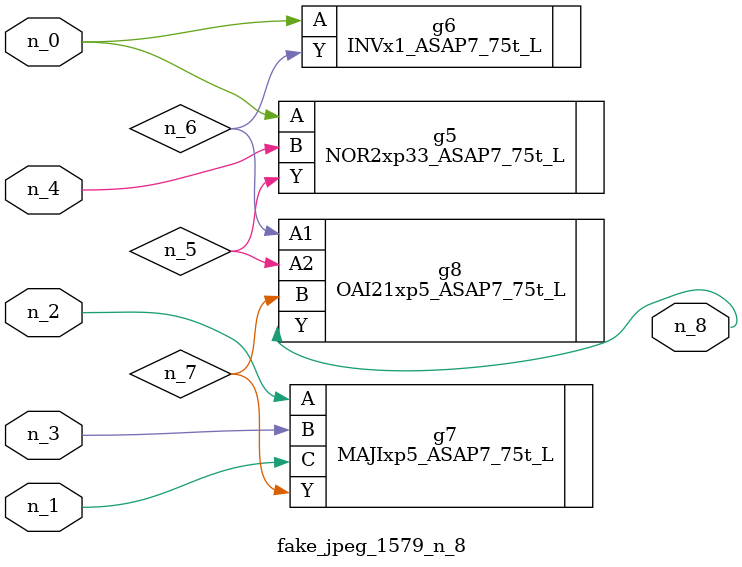
<source format=v>
module fake_jpeg_1579_n_8 (n_3, n_2, n_1, n_0, n_4, n_8);

input n_3;
input n_2;
input n_1;
input n_0;
input n_4;

output n_8;

wire n_6;
wire n_5;
wire n_7;

NOR2xp33_ASAP7_75t_L g5 ( 
.A(n_0),
.B(n_4),
.Y(n_5)
);

INVx1_ASAP7_75t_L g6 ( 
.A(n_0),
.Y(n_6)
);

MAJIxp5_ASAP7_75t_L g7 ( 
.A(n_2),
.B(n_3),
.C(n_1),
.Y(n_7)
);

OAI21xp5_ASAP7_75t_L g8 ( 
.A1(n_6),
.A2(n_5),
.B(n_7),
.Y(n_8)
);


endmodule
</source>
